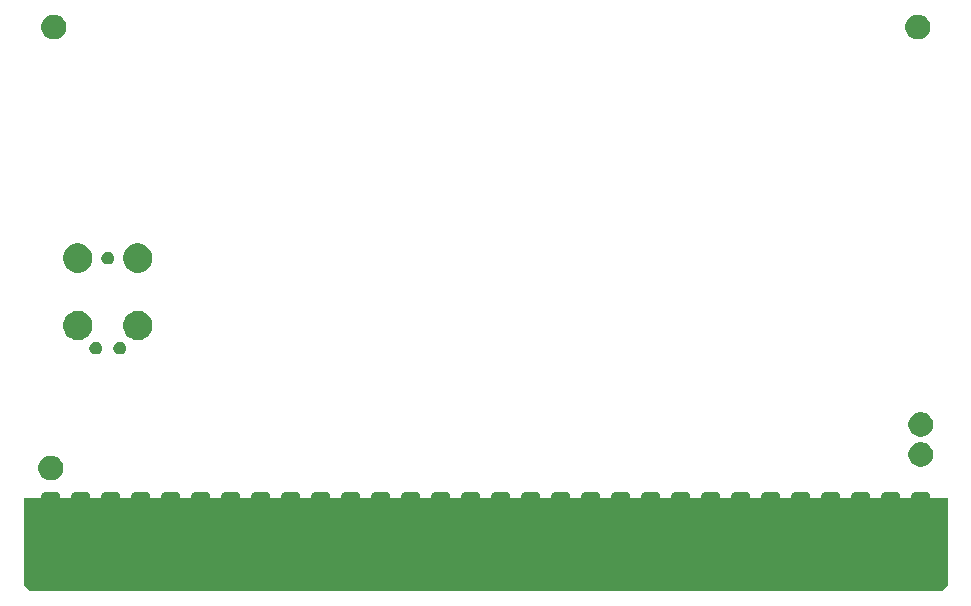
<source format=gbs>
G04 #@! TF.GenerationSoftware,KiCad,Pcbnew,(5.1.5-0-10_14)*
G04 #@! TF.CreationDate,2020-05-14T00:15:50-04:00*
G04 #@! TF.ProjectId,RAM2E,52414d32-452e-46b6-9963-61645f706362,rev?*
G04 #@! TF.SameCoordinates,Original*
G04 #@! TF.FileFunction,Soldermask,Bot*
G04 #@! TF.FilePolarity,Negative*
%FSLAX46Y46*%
G04 Gerber Fmt 4.6, Leading zero omitted, Abs format (unit mm)*
G04 Created by KiCad (PCBNEW (5.1.5-0-10_14)) date 2020-05-14 00:15:50*
%MOMM*%
%LPD*%
G04 APERTURE LIST*
%ADD10C,0.100000*%
G04 APERTURE END LIST*
D10*
G36*
X276606000Y-139446000D02*
G01*
X276098000Y-139954000D01*
X198882000Y-139954000D01*
X198374000Y-139446000D01*
X198374000Y-132080000D01*
X276606000Y-132080000D01*
X276606000Y-139446000D01*
G37*
G36*
X274825282Y-131569558D02*
G01*
X274896711Y-131591226D01*
X274962535Y-131626409D01*
X275020236Y-131673764D01*
X275067591Y-131731465D01*
X275102774Y-131797289D01*
X275124442Y-131868718D01*
X275132000Y-131945454D01*
X275132000Y-138618546D01*
X275124442Y-138695282D01*
X275102774Y-138766711D01*
X275067591Y-138832535D01*
X275020236Y-138890236D01*
X274962535Y-138937591D01*
X274896711Y-138972774D01*
X274825282Y-138994442D01*
X274748546Y-139002000D01*
X273891454Y-139002000D01*
X273814718Y-138994442D01*
X273743289Y-138972774D01*
X273677465Y-138937591D01*
X273619764Y-138890236D01*
X273572409Y-138832535D01*
X273537226Y-138766711D01*
X273515558Y-138695282D01*
X273508000Y-138618546D01*
X273508000Y-131945454D01*
X273515558Y-131868718D01*
X273537226Y-131797289D01*
X273572409Y-131731465D01*
X273619764Y-131673764D01*
X273677465Y-131626409D01*
X273743289Y-131591226D01*
X273814718Y-131569558D01*
X273891454Y-131562000D01*
X274748546Y-131562000D01*
X274825282Y-131569558D01*
G37*
G36*
X272285282Y-131569558D02*
G01*
X272356711Y-131591226D01*
X272422535Y-131626409D01*
X272480236Y-131673764D01*
X272527591Y-131731465D01*
X272562774Y-131797289D01*
X272584442Y-131868718D01*
X272592000Y-131945454D01*
X272592000Y-138618546D01*
X272584442Y-138695282D01*
X272562774Y-138766711D01*
X272527591Y-138832535D01*
X272480236Y-138890236D01*
X272422535Y-138937591D01*
X272356711Y-138972774D01*
X272285282Y-138994442D01*
X272208546Y-139002000D01*
X271351454Y-139002000D01*
X271274718Y-138994442D01*
X271203289Y-138972774D01*
X271137465Y-138937591D01*
X271079764Y-138890236D01*
X271032409Y-138832535D01*
X270997226Y-138766711D01*
X270975558Y-138695282D01*
X270968000Y-138618546D01*
X270968000Y-131945454D01*
X270975558Y-131868718D01*
X270997226Y-131797289D01*
X271032409Y-131731465D01*
X271079764Y-131673764D01*
X271137465Y-131626409D01*
X271203289Y-131591226D01*
X271274718Y-131569558D01*
X271351454Y-131562000D01*
X272208546Y-131562000D01*
X272285282Y-131569558D01*
G37*
G36*
X269745282Y-131569558D02*
G01*
X269816711Y-131591226D01*
X269882535Y-131626409D01*
X269940236Y-131673764D01*
X269987591Y-131731465D01*
X270022774Y-131797289D01*
X270044442Y-131868718D01*
X270052000Y-131945454D01*
X270052000Y-138618546D01*
X270044442Y-138695282D01*
X270022774Y-138766711D01*
X269987591Y-138832535D01*
X269940236Y-138890236D01*
X269882535Y-138937591D01*
X269816711Y-138972774D01*
X269745282Y-138994442D01*
X269668546Y-139002000D01*
X268811454Y-139002000D01*
X268734718Y-138994442D01*
X268663289Y-138972774D01*
X268597465Y-138937591D01*
X268539764Y-138890236D01*
X268492409Y-138832535D01*
X268457226Y-138766711D01*
X268435558Y-138695282D01*
X268428000Y-138618546D01*
X268428000Y-131945454D01*
X268435558Y-131868718D01*
X268457226Y-131797289D01*
X268492409Y-131731465D01*
X268539764Y-131673764D01*
X268597465Y-131626409D01*
X268663289Y-131591226D01*
X268734718Y-131569558D01*
X268811454Y-131562000D01*
X269668546Y-131562000D01*
X269745282Y-131569558D01*
G37*
G36*
X267205282Y-131569558D02*
G01*
X267276711Y-131591226D01*
X267342535Y-131626409D01*
X267400236Y-131673764D01*
X267447591Y-131731465D01*
X267482774Y-131797289D01*
X267504442Y-131868718D01*
X267512000Y-131945454D01*
X267512000Y-138618546D01*
X267504442Y-138695282D01*
X267482774Y-138766711D01*
X267447591Y-138832535D01*
X267400236Y-138890236D01*
X267342535Y-138937591D01*
X267276711Y-138972774D01*
X267205282Y-138994442D01*
X267128546Y-139002000D01*
X266271454Y-139002000D01*
X266194718Y-138994442D01*
X266123289Y-138972774D01*
X266057465Y-138937591D01*
X265999764Y-138890236D01*
X265952409Y-138832535D01*
X265917226Y-138766711D01*
X265895558Y-138695282D01*
X265888000Y-138618546D01*
X265888000Y-131945454D01*
X265895558Y-131868718D01*
X265917226Y-131797289D01*
X265952409Y-131731465D01*
X265999764Y-131673764D01*
X266057465Y-131626409D01*
X266123289Y-131591226D01*
X266194718Y-131569558D01*
X266271454Y-131562000D01*
X267128546Y-131562000D01*
X267205282Y-131569558D01*
G37*
G36*
X264665282Y-131569558D02*
G01*
X264736711Y-131591226D01*
X264802535Y-131626409D01*
X264860236Y-131673764D01*
X264907591Y-131731465D01*
X264942774Y-131797289D01*
X264964442Y-131868718D01*
X264972000Y-131945454D01*
X264972000Y-138618546D01*
X264964442Y-138695282D01*
X264942774Y-138766711D01*
X264907591Y-138832535D01*
X264860236Y-138890236D01*
X264802535Y-138937591D01*
X264736711Y-138972774D01*
X264665282Y-138994442D01*
X264588546Y-139002000D01*
X263731454Y-139002000D01*
X263654718Y-138994442D01*
X263583289Y-138972774D01*
X263517465Y-138937591D01*
X263459764Y-138890236D01*
X263412409Y-138832535D01*
X263377226Y-138766711D01*
X263355558Y-138695282D01*
X263348000Y-138618546D01*
X263348000Y-131945454D01*
X263355558Y-131868718D01*
X263377226Y-131797289D01*
X263412409Y-131731465D01*
X263459764Y-131673764D01*
X263517465Y-131626409D01*
X263583289Y-131591226D01*
X263654718Y-131569558D01*
X263731454Y-131562000D01*
X264588546Y-131562000D01*
X264665282Y-131569558D01*
G37*
G36*
X262125282Y-131569558D02*
G01*
X262196711Y-131591226D01*
X262262535Y-131626409D01*
X262320236Y-131673764D01*
X262367591Y-131731465D01*
X262402774Y-131797289D01*
X262424442Y-131868718D01*
X262432000Y-131945454D01*
X262432000Y-138618546D01*
X262424442Y-138695282D01*
X262402774Y-138766711D01*
X262367591Y-138832535D01*
X262320236Y-138890236D01*
X262262535Y-138937591D01*
X262196711Y-138972774D01*
X262125282Y-138994442D01*
X262048546Y-139002000D01*
X261191454Y-139002000D01*
X261114718Y-138994442D01*
X261043289Y-138972774D01*
X260977465Y-138937591D01*
X260919764Y-138890236D01*
X260872409Y-138832535D01*
X260837226Y-138766711D01*
X260815558Y-138695282D01*
X260808000Y-138618546D01*
X260808000Y-131945454D01*
X260815558Y-131868718D01*
X260837226Y-131797289D01*
X260872409Y-131731465D01*
X260919764Y-131673764D01*
X260977465Y-131626409D01*
X261043289Y-131591226D01*
X261114718Y-131569558D01*
X261191454Y-131562000D01*
X262048546Y-131562000D01*
X262125282Y-131569558D01*
G37*
G36*
X259585282Y-131569558D02*
G01*
X259656711Y-131591226D01*
X259722535Y-131626409D01*
X259780236Y-131673764D01*
X259827591Y-131731465D01*
X259862774Y-131797289D01*
X259884442Y-131868718D01*
X259892000Y-131945454D01*
X259892000Y-138618546D01*
X259884442Y-138695282D01*
X259862774Y-138766711D01*
X259827591Y-138832535D01*
X259780236Y-138890236D01*
X259722535Y-138937591D01*
X259656711Y-138972774D01*
X259585282Y-138994442D01*
X259508546Y-139002000D01*
X258651454Y-139002000D01*
X258574718Y-138994442D01*
X258503289Y-138972774D01*
X258437465Y-138937591D01*
X258379764Y-138890236D01*
X258332409Y-138832535D01*
X258297226Y-138766711D01*
X258275558Y-138695282D01*
X258268000Y-138618546D01*
X258268000Y-131945454D01*
X258275558Y-131868718D01*
X258297226Y-131797289D01*
X258332409Y-131731465D01*
X258379764Y-131673764D01*
X258437465Y-131626409D01*
X258503289Y-131591226D01*
X258574718Y-131569558D01*
X258651454Y-131562000D01*
X259508546Y-131562000D01*
X259585282Y-131569558D01*
G37*
G36*
X257045282Y-131569558D02*
G01*
X257116711Y-131591226D01*
X257182535Y-131626409D01*
X257240236Y-131673764D01*
X257287591Y-131731465D01*
X257322774Y-131797289D01*
X257344442Y-131868718D01*
X257352000Y-131945454D01*
X257352000Y-138618546D01*
X257344442Y-138695282D01*
X257322774Y-138766711D01*
X257287591Y-138832535D01*
X257240236Y-138890236D01*
X257182535Y-138937591D01*
X257116711Y-138972774D01*
X257045282Y-138994442D01*
X256968546Y-139002000D01*
X256111454Y-139002000D01*
X256034718Y-138994442D01*
X255963289Y-138972774D01*
X255897465Y-138937591D01*
X255839764Y-138890236D01*
X255792409Y-138832535D01*
X255757226Y-138766711D01*
X255735558Y-138695282D01*
X255728000Y-138618546D01*
X255728000Y-131945454D01*
X255735558Y-131868718D01*
X255757226Y-131797289D01*
X255792409Y-131731465D01*
X255839764Y-131673764D01*
X255897465Y-131626409D01*
X255963289Y-131591226D01*
X256034718Y-131569558D01*
X256111454Y-131562000D01*
X256968546Y-131562000D01*
X257045282Y-131569558D01*
G37*
G36*
X254505282Y-131569558D02*
G01*
X254576711Y-131591226D01*
X254642535Y-131626409D01*
X254700236Y-131673764D01*
X254747591Y-131731465D01*
X254782774Y-131797289D01*
X254804442Y-131868718D01*
X254812000Y-131945454D01*
X254812000Y-138618546D01*
X254804442Y-138695282D01*
X254782774Y-138766711D01*
X254747591Y-138832535D01*
X254700236Y-138890236D01*
X254642535Y-138937591D01*
X254576711Y-138972774D01*
X254505282Y-138994442D01*
X254428546Y-139002000D01*
X253571454Y-139002000D01*
X253494718Y-138994442D01*
X253423289Y-138972774D01*
X253357465Y-138937591D01*
X253299764Y-138890236D01*
X253252409Y-138832535D01*
X253217226Y-138766711D01*
X253195558Y-138695282D01*
X253188000Y-138618546D01*
X253188000Y-131945454D01*
X253195558Y-131868718D01*
X253217226Y-131797289D01*
X253252409Y-131731465D01*
X253299764Y-131673764D01*
X253357465Y-131626409D01*
X253423289Y-131591226D01*
X253494718Y-131569558D01*
X253571454Y-131562000D01*
X254428546Y-131562000D01*
X254505282Y-131569558D01*
G37*
G36*
X251965282Y-131569558D02*
G01*
X252036711Y-131591226D01*
X252102535Y-131626409D01*
X252160236Y-131673764D01*
X252207591Y-131731465D01*
X252242774Y-131797289D01*
X252264442Y-131868718D01*
X252272000Y-131945454D01*
X252272000Y-138618546D01*
X252264442Y-138695282D01*
X252242774Y-138766711D01*
X252207591Y-138832535D01*
X252160236Y-138890236D01*
X252102535Y-138937591D01*
X252036711Y-138972774D01*
X251965282Y-138994442D01*
X251888546Y-139002000D01*
X251031454Y-139002000D01*
X250954718Y-138994442D01*
X250883289Y-138972774D01*
X250817465Y-138937591D01*
X250759764Y-138890236D01*
X250712409Y-138832535D01*
X250677226Y-138766711D01*
X250655558Y-138695282D01*
X250648000Y-138618546D01*
X250648000Y-131945454D01*
X250655558Y-131868718D01*
X250677226Y-131797289D01*
X250712409Y-131731465D01*
X250759764Y-131673764D01*
X250817465Y-131626409D01*
X250883289Y-131591226D01*
X250954718Y-131569558D01*
X251031454Y-131562000D01*
X251888546Y-131562000D01*
X251965282Y-131569558D01*
G37*
G36*
X249425282Y-131569558D02*
G01*
X249496711Y-131591226D01*
X249562535Y-131626409D01*
X249620236Y-131673764D01*
X249667591Y-131731465D01*
X249702774Y-131797289D01*
X249724442Y-131868718D01*
X249732000Y-131945454D01*
X249732000Y-138618546D01*
X249724442Y-138695282D01*
X249702774Y-138766711D01*
X249667591Y-138832535D01*
X249620236Y-138890236D01*
X249562535Y-138937591D01*
X249496711Y-138972774D01*
X249425282Y-138994442D01*
X249348546Y-139002000D01*
X248491454Y-139002000D01*
X248414718Y-138994442D01*
X248343289Y-138972774D01*
X248277465Y-138937591D01*
X248219764Y-138890236D01*
X248172409Y-138832535D01*
X248137226Y-138766711D01*
X248115558Y-138695282D01*
X248108000Y-138618546D01*
X248108000Y-131945454D01*
X248115558Y-131868718D01*
X248137226Y-131797289D01*
X248172409Y-131731465D01*
X248219764Y-131673764D01*
X248277465Y-131626409D01*
X248343289Y-131591226D01*
X248414718Y-131569558D01*
X248491454Y-131562000D01*
X249348546Y-131562000D01*
X249425282Y-131569558D01*
G37*
G36*
X246885282Y-131569558D02*
G01*
X246956711Y-131591226D01*
X247022535Y-131626409D01*
X247080236Y-131673764D01*
X247127591Y-131731465D01*
X247162774Y-131797289D01*
X247184442Y-131868718D01*
X247192000Y-131945454D01*
X247192000Y-138618546D01*
X247184442Y-138695282D01*
X247162774Y-138766711D01*
X247127591Y-138832535D01*
X247080236Y-138890236D01*
X247022535Y-138937591D01*
X246956711Y-138972774D01*
X246885282Y-138994442D01*
X246808546Y-139002000D01*
X245951454Y-139002000D01*
X245874718Y-138994442D01*
X245803289Y-138972774D01*
X245737465Y-138937591D01*
X245679764Y-138890236D01*
X245632409Y-138832535D01*
X245597226Y-138766711D01*
X245575558Y-138695282D01*
X245568000Y-138618546D01*
X245568000Y-131945454D01*
X245575558Y-131868718D01*
X245597226Y-131797289D01*
X245632409Y-131731465D01*
X245679764Y-131673764D01*
X245737465Y-131626409D01*
X245803289Y-131591226D01*
X245874718Y-131569558D01*
X245951454Y-131562000D01*
X246808546Y-131562000D01*
X246885282Y-131569558D01*
G37*
G36*
X244345282Y-131569558D02*
G01*
X244416711Y-131591226D01*
X244482535Y-131626409D01*
X244540236Y-131673764D01*
X244587591Y-131731465D01*
X244622774Y-131797289D01*
X244644442Y-131868718D01*
X244652000Y-131945454D01*
X244652000Y-138618546D01*
X244644442Y-138695282D01*
X244622774Y-138766711D01*
X244587591Y-138832535D01*
X244540236Y-138890236D01*
X244482535Y-138937591D01*
X244416711Y-138972774D01*
X244345282Y-138994442D01*
X244268546Y-139002000D01*
X243411454Y-139002000D01*
X243334718Y-138994442D01*
X243263289Y-138972774D01*
X243197465Y-138937591D01*
X243139764Y-138890236D01*
X243092409Y-138832535D01*
X243057226Y-138766711D01*
X243035558Y-138695282D01*
X243028000Y-138618546D01*
X243028000Y-131945454D01*
X243035558Y-131868718D01*
X243057226Y-131797289D01*
X243092409Y-131731465D01*
X243139764Y-131673764D01*
X243197465Y-131626409D01*
X243263289Y-131591226D01*
X243334718Y-131569558D01*
X243411454Y-131562000D01*
X244268546Y-131562000D01*
X244345282Y-131569558D01*
G37*
G36*
X241805282Y-131569558D02*
G01*
X241876711Y-131591226D01*
X241942535Y-131626409D01*
X242000236Y-131673764D01*
X242047591Y-131731465D01*
X242082774Y-131797289D01*
X242104442Y-131868718D01*
X242112000Y-131945454D01*
X242112000Y-138618546D01*
X242104442Y-138695282D01*
X242082774Y-138766711D01*
X242047591Y-138832535D01*
X242000236Y-138890236D01*
X241942535Y-138937591D01*
X241876711Y-138972774D01*
X241805282Y-138994442D01*
X241728546Y-139002000D01*
X240871454Y-139002000D01*
X240794718Y-138994442D01*
X240723289Y-138972774D01*
X240657465Y-138937591D01*
X240599764Y-138890236D01*
X240552409Y-138832535D01*
X240517226Y-138766711D01*
X240495558Y-138695282D01*
X240488000Y-138618546D01*
X240488000Y-131945454D01*
X240495558Y-131868718D01*
X240517226Y-131797289D01*
X240552409Y-131731465D01*
X240599764Y-131673764D01*
X240657465Y-131626409D01*
X240723289Y-131591226D01*
X240794718Y-131569558D01*
X240871454Y-131562000D01*
X241728546Y-131562000D01*
X241805282Y-131569558D01*
G37*
G36*
X239265282Y-131569558D02*
G01*
X239336711Y-131591226D01*
X239402535Y-131626409D01*
X239460236Y-131673764D01*
X239507591Y-131731465D01*
X239542774Y-131797289D01*
X239564442Y-131868718D01*
X239572000Y-131945454D01*
X239572000Y-138618546D01*
X239564442Y-138695282D01*
X239542774Y-138766711D01*
X239507591Y-138832535D01*
X239460236Y-138890236D01*
X239402535Y-138937591D01*
X239336711Y-138972774D01*
X239265282Y-138994442D01*
X239188546Y-139002000D01*
X238331454Y-139002000D01*
X238254718Y-138994442D01*
X238183289Y-138972774D01*
X238117465Y-138937591D01*
X238059764Y-138890236D01*
X238012409Y-138832535D01*
X237977226Y-138766711D01*
X237955558Y-138695282D01*
X237948000Y-138618546D01*
X237948000Y-131945454D01*
X237955558Y-131868718D01*
X237977226Y-131797289D01*
X238012409Y-131731465D01*
X238059764Y-131673764D01*
X238117465Y-131626409D01*
X238183289Y-131591226D01*
X238254718Y-131569558D01*
X238331454Y-131562000D01*
X239188546Y-131562000D01*
X239265282Y-131569558D01*
G37*
G36*
X236725282Y-131569558D02*
G01*
X236796711Y-131591226D01*
X236862535Y-131626409D01*
X236920236Y-131673764D01*
X236967591Y-131731465D01*
X237002774Y-131797289D01*
X237024442Y-131868718D01*
X237032000Y-131945454D01*
X237032000Y-138618546D01*
X237024442Y-138695282D01*
X237002774Y-138766711D01*
X236967591Y-138832535D01*
X236920236Y-138890236D01*
X236862535Y-138937591D01*
X236796711Y-138972774D01*
X236725282Y-138994442D01*
X236648546Y-139002000D01*
X235791454Y-139002000D01*
X235714718Y-138994442D01*
X235643289Y-138972774D01*
X235577465Y-138937591D01*
X235519764Y-138890236D01*
X235472409Y-138832535D01*
X235437226Y-138766711D01*
X235415558Y-138695282D01*
X235408000Y-138618546D01*
X235408000Y-131945454D01*
X235415558Y-131868718D01*
X235437226Y-131797289D01*
X235472409Y-131731465D01*
X235519764Y-131673764D01*
X235577465Y-131626409D01*
X235643289Y-131591226D01*
X235714718Y-131569558D01*
X235791454Y-131562000D01*
X236648546Y-131562000D01*
X236725282Y-131569558D01*
G37*
G36*
X234185282Y-131569558D02*
G01*
X234256711Y-131591226D01*
X234322535Y-131626409D01*
X234380236Y-131673764D01*
X234427591Y-131731465D01*
X234462774Y-131797289D01*
X234484442Y-131868718D01*
X234492000Y-131945454D01*
X234492000Y-138618546D01*
X234484442Y-138695282D01*
X234462774Y-138766711D01*
X234427591Y-138832535D01*
X234380236Y-138890236D01*
X234322535Y-138937591D01*
X234256711Y-138972774D01*
X234185282Y-138994442D01*
X234108546Y-139002000D01*
X233251454Y-139002000D01*
X233174718Y-138994442D01*
X233103289Y-138972774D01*
X233037465Y-138937591D01*
X232979764Y-138890236D01*
X232932409Y-138832535D01*
X232897226Y-138766711D01*
X232875558Y-138695282D01*
X232868000Y-138618546D01*
X232868000Y-131945454D01*
X232875558Y-131868718D01*
X232897226Y-131797289D01*
X232932409Y-131731465D01*
X232979764Y-131673764D01*
X233037465Y-131626409D01*
X233103289Y-131591226D01*
X233174718Y-131569558D01*
X233251454Y-131562000D01*
X234108546Y-131562000D01*
X234185282Y-131569558D01*
G37*
G36*
X231645282Y-131569558D02*
G01*
X231716711Y-131591226D01*
X231782535Y-131626409D01*
X231840236Y-131673764D01*
X231887591Y-131731465D01*
X231922774Y-131797289D01*
X231944442Y-131868718D01*
X231952000Y-131945454D01*
X231952000Y-138618546D01*
X231944442Y-138695282D01*
X231922774Y-138766711D01*
X231887591Y-138832535D01*
X231840236Y-138890236D01*
X231782535Y-138937591D01*
X231716711Y-138972774D01*
X231645282Y-138994442D01*
X231568546Y-139002000D01*
X230711454Y-139002000D01*
X230634718Y-138994442D01*
X230563289Y-138972774D01*
X230497465Y-138937591D01*
X230439764Y-138890236D01*
X230392409Y-138832535D01*
X230357226Y-138766711D01*
X230335558Y-138695282D01*
X230328000Y-138618546D01*
X230328000Y-131945454D01*
X230335558Y-131868718D01*
X230357226Y-131797289D01*
X230392409Y-131731465D01*
X230439764Y-131673764D01*
X230497465Y-131626409D01*
X230563289Y-131591226D01*
X230634718Y-131569558D01*
X230711454Y-131562000D01*
X231568546Y-131562000D01*
X231645282Y-131569558D01*
G37*
G36*
X229105282Y-131569558D02*
G01*
X229176711Y-131591226D01*
X229242535Y-131626409D01*
X229300236Y-131673764D01*
X229347591Y-131731465D01*
X229382774Y-131797289D01*
X229404442Y-131868718D01*
X229412000Y-131945454D01*
X229412000Y-138618546D01*
X229404442Y-138695282D01*
X229382774Y-138766711D01*
X229347591Y-138832535D01*
X229300236Y-138890236D01*
X229242535Y-138937591D01*
X229176711Y-138972774D01*
X229105282Y-138994442D01*
X229028546Y-139002000D01*
X228171454Y-139002000D01*
X228094718Y-138994442D01*
X228023289Y-138972774D01*
X227957465Y-138937591D01*
X227899764Y-138890236D01*
X227852409Y-138832535D01*
X227817226Y-138766711D01*
X227795558Y-138695282D01*
X227788000Y-138618546D01*
X227788000Y-131945454D01*
X227795558Y-131868718D01*
X227817226Y-131797289D01*
X227852409Y-131731465D01*
X227899764Y-131673764D01*
X227957465Y-131626409D01*
X228023289Y-131591226D01*
X228094718Y-131569558D01*
X228171454Y-131562000D01*
X229028546Y-131562000D01*
X229105282Y-131569558D01*
G37*
G36*
X226565282Y-131569558D02*
G01*
X226636711Y-131591226D01*
X226702535Y-131626409D01*
X226760236Y-131673764D01*
X226807591Y-131731465D01*
X226842774Y-131797289D01*
X226864442Y-131868718D01*
X226872000Y-131945454D01*
X226872000Y-138618546D01*
X226864442Y-138695282D01*
X226842774Y-138766711D01*
X226807591Y-138832535D01*
X226760236Y-138890236D01*
X226702535Y-138937591D01*
X226636711Y-138972774D01*
X226565282Y-138994442D01*
X226488546Y-139002000D01*
X225631454Y-139002000D01*
X225554718Y-138994442D01*
X225483289Y-138972774D01*
X225417465Y-138937591D01*
X225359764Y-138890236D01*
X225312409Y-138832535D01*
X225277226Y-138766711D01*
X225255558Y-138695282D01*
X225248000Y-138618546D01*
X225248000Y-131945454D01*
X225255558Y-131868718D01*
X225277226Y-131797289D01*
X225312409Y-131731465D01*
X225359764Y-131673764D01*
X225417465Y-131626409D01*
X225483289Y-131591226D01*
X225554718Y-131569558D01*
X225631454Y-131562000D01*
X226488546Y-131562000D01*
X226565282Y-131569558D01*
G37*
G36*
X224025282Y-131569558D02*
G01*
X224096711Y-131591226D01*
X224162535Y-131626409D01*
X224220236Y-131673764D01*
X224267591Y-131731465D01*
X224302774Y-131797289D01*
X224324442Y-131868718D01*
X224332000Y-131945454D01*
X224332000Y-138618546D01*
X224324442Y-138695282D01*
X224302774Y-138766711D01*
X224267591Y-138832535D01*
X224220236Y-138890236D01*
X224162535Y-138937591D01*
X224096711Y-138972774D01*
X224025282Y-138994442D01*
X223948546Y-139002000D01*
X223091454Y-139002000D01*
X223014718Y-138994442D01*
X222943289Y-138972774D01*
X222877465Y-138937591D01*
X222819764Y-138890236D01*
X222772409Y-138832535D01*
X222737226Y-138766711D01*
X222715558Y-138695282D01*
X222708000Y-138618546D01*
X222708000Y-131945454D01*
X222715558Y-131868718D01*
X222737226Y-131797289D01*
X222772409Y-131731465D01*
X222819764Y-131673764D01*
X222877465Y-131626409D01*
X222943289Y-131591226D01*
X223014718Y-131569558D01*
X223091454Y-131562000D01*
X223948546Y-131562000D01*
X224025282Y-131569558D01*
G37*
G36*
X221485282Y-131569558D02*
G01*
X221556711Y-131591226D01*
X221622535Y-131626409D01*
X221680236Y-131673764D01*
X221727591Y-131731465D01*
X221762774Y-131797289D01*
X221784442Y-131868718D01*
X221792000Y-131945454D01*
X221792000Y-138618546D01*
X221784442Y-138695282D01*
X221762774Y-138766711D01*
X221727591Y-138832535D01*
X221680236Y-138890236D01*
X221622535Y-138937591D01*
X221556711Y-138972774D01*
X221485282Y-138994442D01*
X221408546Y-139002000D01*
X220551454Y-139002000D01*
X220474718Y-138994442D01*
X220403289Y-138972774D01*
X220337465Y-138937591D01*
X220279764Y-138890236D01*
X220232409Y-138832535D01*
X220197226Y-138766711D01*
X220175558Y-138695282D01*
X220168000Y-138618546D01*
X220168000Y-131945454D01*
X220175558Y-131868718D01*
X220197226Y-131797289D01*
X220232409Y-131731465D01*
X220279764Y-131673764D01*
X220337465Y-131626409D01*
X220403289Y-131591226D01*
X220474718Y-131569558D01*
X220551454Y-131562000D01*
X221408546Y-131562000D01*
X221485282Y-131569558D01*
G37*
G36*
X218945282Y-131569558D02*
G01*
X219016711Y-131591226D01*
X219082535Y-131626409D01*
X219140236Y-131673764D01*
X219187591Y-131731465D01*
X219222774Y-131797289D01*
X219244442Y-131868718D01*
X219252000Y-131945454D01*
X219252000Y-138618546D01*
X219244442Y-138695282D01*
X219222774Y-138766711D01*
X219187591Y-138832535D01*
X219140236Y-138890236D01*
X219082535Y-138937591D01*
X219016711Y-138972774D01*
X218945282Y-138994442D01*
X218868546Y-139002000D01*
X218011454Y-139002000D01*
X217934718Y-138994442D01*
X217863289Y-138972774D01*
X217797465Y-138937591D01*
X217739764Y-138890236D01*
X217692409Y-138832535D01*
X217657226Y-138766711D01*
X217635558Y-138695282D01*
X217628000Y-138618546D01*
X217628000Y-131945454D01*
X217635558Y-131868718D01*
X217657226Y-131797289D01*
X217692409Y-131731465D01*
X217739764Y-131673764D01*
X217797465Y-131626409D01*
X217863289Y-131591226D01*
X217934718Y-131569558D01*
X218011454Y-131562000D01*
X218868546Y-131562000D01*
X218945282Y-131569558D01*
G37*
G36*
X216405282Y-131569558D02*
G01*
X216476711Y-131591226D01*
X216542535Y-131626409D01*
X216600236Y-131673764D01*
X216647591Y-131731465D01*
X216682774Y-131797289D01*
X216704442Y-131868718D01*
X216712000Y-131945454D01*
X216712000Y-138618546D01*
X216704442Y-138695282D01*
X216682774Y-138766711D01*
X216647591Y-138832535D01*
X216600236Y-138890236D01*
X216542535Y-138937591D01*
X216476711Y-138972774D01*
X216405282Y-138994442D01*
X216328546Y-139002000D01*
X215471454Y-139002000D01*
X215394718Y-138994442D01*
X215323289Y-138972774D01*
X215257465Y-138937591D01*
X215199764Y-138890236D01*
X215152409Y-138832535D01*
X215117226Y-138766711D01*
X215095558Y-138695282D01*
X215088000Y-138618546D01*
X215088000Y-131945454D01*
X215095558Y-131868718D01*
X215117226Y-131797289D01*
X215152409Y-131731465D01*
X215199764Y-131673764D01*
X215257465Y-131626409D01*
X215323289Y-131591226D01*
X215394718Y-131569558D01*
X215471454Y-131562000D01*
X216328546Y-131562000D01*
X216405282Y-131569558D01*
G37*
G36*
X213865282Y-131569558D02*
G01*
X213936711Y-131591226D01*
X214002535Y-131626409D01*
X214060236Y-131673764D01*
X214107591Y-131731465D01*
X214142774Y-131797289D01*
X214164442Y-131868718D01*
X214172000Y-131945454D01*
X214172000Y-138618546D01*
X214164442Y-138695282D01*
X214142774Y-138766711D01*
X214107591Y-138832535D01*
X214060236Y-138890236D01*
X214002535Y-138937591D01*
X213936711Y-138972774D01*
X213865282Y-138994442D01*
X213788546Y-139002000D01*
X212931454Y-139002000D01*
X212854718Y-138994442D01*
X212783289Y-138972774D01*
X212717465Y-138937591D01*
X212659764Y-138890236D01*
X212612409Y-138832535D01*
X212577226Y-138766711D01*
X212555558Y-138695282D01*
X212548000Y-138618546D01*
X212548000Y-131945454D01*
X212555558Y-131868718D01*
X212577226Y-131797289D01*
X212612409Y-131731465D01*
X212659764Y-131673764D01*
X212717465Y-131626409D01*
X212783289Y-131591226D01*
X212854718Y-131569558D01*
X212931454Y-131562000D01*
X213788546Y-131562000D01*
X213865282Y-131569558D01*
G37*
G36*
X211325282Y-131569558D02*
G01*
X211396711Y-131591226D01*
X211462535Y-131626409D01*
X211520236Y-131673764D01*
X211567591Y-131731465D01*
X211602774Y-131797289D01*
X211624442Y-131868718D01*
X211632000Y-131945454D01*
X211632000Y-138618546D01*
X211624442Y-138695282D01*
X211602774Y-138766711D01*
X211567591Y-138832535D01*
X211520236Y-138890236D01*
X211462535Y-138937591D01*
X211396711Y-138972774D01*
X211325282Y-138994442D01*
X211248546Y-139002000D01*
X210391454Y-139002000D01*
X210314718Y-138994442D01*
X210243289Y-138972774D01*
X210177465Y-138937591D01*
X210119764Y-138890236D01*
X210072409Y-138832535D01*
X210037226Y-138766711D01*
X210015558Y-138695282D01*
X210008000Y-138618546D01*
X210008000Y-131945454D01*
X210015558Y-131868718D01*
X210037226Y-131797289D01*
X210072409Y-131731465D01*
X210119764Y-131673764D01*
X210177465Y-131626409D01*
X210243289Y-131591226D01*
X210314718Y-131569558D01*
X210391454Y-131562000D01*
X211248546Y-131562000D01*
X211325282Y-131569558D01*
G37*
G36*
X208785282Y-131569558D02*
G01*
X208856711Y-131591226D01*
X208922535Y-131626409D01*
X208980236Y-131673764D01*
X209027591Y-131731465D01*
X209062774Y-131797289D01*
X209084442Y-131868718D01*
X209092000Y-131945454D01*
X209092000Y-138618546D01*
X209084442Y-138695282D01*
X209062774Y-138766711D01*
X209027591Y-138832535D01*
X208980236Y-138890236D01*
X208922535Y-138937591D01*
X208856711Y-138972774D01*
X208785282Y-138994442D01*
X208708546Y-139002000D01*
X207851454Y-139002000D01*
X207774718Y-138994442D01*
X207703289Y-138972774D01*
X207637465Y-138937591D01*
X207579764Y-138890236D01*
X207532409Y-138832535D01*
X207497226Y-138766711D01*
X207475558Y-138695282D01*
X207468000Y-138618546D01*
X207468000Y-131945454D01*
X207475558Y-131868718D01*
X207497226Y-131797289D01*
X207532409Y-131731465D01*
X207579764Y-131673764D01*
X207637465Y-131626409D01*
X207703289Y-131591226D01*
X207774718Y-131569558D01*
X207851454Y-131562000D01*
X208708546Y-131562000D01*
X208785282Y-131569558D01*
G37*
G36*
X206245282Y-131569558D02*
G01*
X206316711Y-131591226D01*
X206382535Y-131626409D01*
X206440236Y-131673764D01*
X206487591Y-131731465D01*
X206522774Y-131797289D01*
X206544442Y-131868718D01*
X206552000Y-131945454D01*
X206552000Y-138618546D01*
X206544442Y-138695282D01*
X206522774Y-138766711D01*
X206487591Y-138832535D01*
X206440236Y-138890236D01*
X206382535Y-138937591D01*
X206316711Y-138972774D01*
X206245282Y-138994442D01*
X206168546Y-139002000D01*
X205311454Y-139002000D01*
X205234718Y-138994442D01*
X205163289Y-138972774D01*
X205097465Y-138937591D01*
X205039764Y-138890236D01*
X204992409Y-138832535D01*
X204957226Y-138766711D01*
X204935558Y-138695282D01*
X204928000Y-138618546D01*
X204928000Y-131945454D01*
X204935558Y-131868718D01*
X204957226Y-131797289D01*
X204992409Y-131731465D01*
X205039764Y-131673764D01*
X205097465Y-131626409D01*
X205163289Y-131591226D01*
X205234718Y-131569558D01*
X205311454Y-131562000D01*
X206168546Y-131562000D01*
X206245282Y-131569558D01*
G37*
G36*
X203705282Y-131569558D02*
G01*
X203776711Y-131591226D01*
X203842535Y-131626409D01*
X203900236Y-131673764D01*
X203947591Y-131731465D01*
X203982774Y-131797289D01*
X204004442Y-131868718D01*
X204012000Y-131945454D01*
X204012000Y-138618546D01*
X204004442Y-138695282D01*
X203982774Y-138766711D01*
X203947591Y-138832535D01*
X203900236Y-138890236D01*
X203842535Y-138937591D01*
X203776711Y-138972774D01*
X203705282Y-138994442D01*
X203628546Y-139002000D01*
X202771454Y-139002000D01*
X202694718Y-138994442D01*
X202623289Y-138972774D01*
X202557465Y-138937591D01*
X202499764Y-138890236D01*
X202452409Y-138832535D01*
X202417226Y-138766711D01*
X202395558Y-138695282D01*
X202388000Y-138618546D01*
X202388000Y-131945454D01*
X202395558Y-131868718D01*
X202417226Y-131797289D01*
X202452409Y-131731465D01*
X202499764Y-131673764D01*
X202557465Y-131626409D01*
X202623289Y-131591226D01*
X202694718Y-131569558D01*
X202771454Y-131562000D01*
X203628546Y-131562000D01*
X203705282Y-131569558D01*
G37*
G36*
X201165282Y-131569558D02*
G01*
X201236711Y-131591226D01*
X201302535Y-131626409D01*
X201360236Y-131673764D01*
X201407591Y-131731465D01*
X201442774Y-131797289D01*
X201464442Y-131868718D01*
X201472000Y-131945454D01*
X201472000Y-138618546D01*
X201464442Y-138695282D01*
X201442774Y-138766711D01*
X201407591Y-138832535D01*
X201360236Y-138890236D01*
X201302535Y-138937591D01*
X201236711Y-138972774D01*
X201165282Y-138994442D01*
X201088546Y-139002000D01*
X200231454Y-139002000D01*
X200154718Y-138994442D01*
X200083289Y-138972774D01*
X200017465Y-138937591D01*
X199959764Y-138890236D01*
X199912409Y-138832535D01*
X199877226Y-138766711D01*
X199855558Y-138695282D01*
X199848000Y-138618546D01*
X199848000Y-131945454D01*
X199855558Y-131868718D01*
X199877226Y-131797289D01*
X199912409Y-131731465D01*
X199959764Y-131673764D01*
X200017465Y-131626409D01*
X200083289Y-131591226D01*
X200154718Y-131569558D01*
X200231454Y-131562000D01*
X201088546Y-131562000D01*
X201165282Y-131569558D01*
G37*
G36*
X200788687Y-128495027D02*
G01*
X200966274Y-128530350D01*
X201157362Y-128609502D01*
X201329336Y-128724411D01*
X201475589Y-128870664D01*
X201590498Y-129042638D01*
X201669650Y-129233726D01*
X201710000Y-129436584D01*
X201710000Y-129643416D01*
X201669650Y-129846274D01*
X201590498Y-130037362D01*
X201475589Y-130209336D01*
X201329336Y-130355589D01*
X201157362Y-130470498D01*
X200966274Y-130549650D01*
X200788687Y-130584973D01*
X200763417Y-130590000D01*
X200556583Y-130590000D01*
X200531313Y-130584973D01*
X200353726Y-130549650D01*
X200162638Y-130470498D01*
X199990664Y-130355589D01*
X199844411Y-130209336D01*
X199729502Y-130037362D01*
X199650350Y-129846274D01*
X199610000Y-129643416D01*
X199610000Y-129436584D01*
X199650350Y-129233726D01*
X199729502Y-129042638D01*
X199844411Y-128870664D01*
X199990664Y-128724411D01*
X200162638Y-128609502D01*
X200353726Y-128530350D01*
X200531313Y-128495027D01*
X200556583Y-128490000D01*
X200763417Y-128490000D01*
X200788687Y-128495027D01*
G37*
G36*
X274448687Y-127352027D02*
G01*
X274626274Y-127387350D01*
X274817362Y-127466502D01*
X274989336Y-127581411D01*
X275135589Y-127727664D01*
X275250498Y-127899638D01*
X275329650Y-128090726D01*
X275370000Y-128293584D01*
X275370000Y-128500416D01*
X275329650Y-128703274D01*
X275250498Y-128894362D01*
X275135589Y-129066336D01*
X274989336Y-129212589D01*
X274817362Y-129327498D01*
X274626274Y-129406650D01*
X274448687Y-129441973D01*
X274423417Y-129447000D01*
X274216583Y-129447000D01*
X274191313Y-129441973D01*
X274013726Y-129406650D01*
X273822638Y-129327498D01*
X273650664Y-129212589D01*
X273504411Y-129066336D01*
X273389502Y-128894362D01*
X273310350Y-128703274D01*
X273270000Y-128500416D01*
X273270000Y-128293584D01*
X273310350Y-128090726D01*
X273389502Y-127899638D01*
X273504411Y-127727664D01*
X273650664Y-127581411D01*
X273822638Y-127466502D01*
X274013726Y-127387350D01*
X274191313Y-127352027D01*
X274216583Y-127347000D01*
X274423417Y-127347000D01*
X274448687Y-127352027D01*
G37*
G36*
X274448687Y-124812027D02*
G01*
X274626274Y-124847350D01*
X274817362Y-124926502D01*
X274989336Y-125041411D01*
X275135589Y-125187664D01*
X275250498Y-125359638D01*
X275329650Y-125550726D01*
X275370000Y-125753584D01*
X275370000Y-125960416D01*
X275329650Y-126163274D01*
X275250498Y-126354362D01*
X275135589Y-126526336D01*
X274989336Y-126672589D01*
X274817362Y-126787498D01*
X274626274Y-126866650D01*
X274448687Y-126901973D01*
X274423417Y-126907000D01*
X274216583Y-126907000D01*
X274191313Y-126901973D01*
X274013726Y-126866650D01*
X273822638Y-126787498D01*
X273650664Y-126672589D01*
X273504411Y-126526336D01*
X273389502Y-126354362D01*
X273310350Y-126163274D01*
X273270000Y-125960416D01*
X273270000Y-125753584D01*
X273310350Y-125550726D01*
X273389502Y-125359638D01*
X273504411Y-125187664D01*
X273650664Y-125041411D01*
X273822638Y-124926502D01*
X274013726Y-124847350D01*
X274191313Y-124812027D01*
X274216583Y-124807000D01*
X274423417Y-124807000D01*
X274448687Y-124812027D01*
G37*
G36*
X206661056Y-118855655D02*
G01*
X206760295Y-118896761D01*
X206849607Y-118956437D01*
X206925563Y-119032393D01*
X206985239Y-119121705D01*
X207026345Y-119220944D01*
X207047300Y-119326291D01*
X207047300Y-119433709D01*
X207026345Y-119539056D01*
X206985239Y-119638295D01*
X206925563Y-119727607D01*
X206849607Y-119803563D01*
X206760295Y-119863239D01*
X206661056Y-119904345D01*
X206555709Y-119925300D01*
X206448291Y-119925300D01*
X206342944Y-119904345D01*
X206243705Y-119863239D01*
X206154393Y-119803563D01*
X206078437Y-119727607D01*
X206018761Y-119638295D01*
X205977655Y-119539056D01*
X205956700Y-119433709D01*
X205956700Y-119326291D01*
X205977655Y-119220944D01*
X206018761Y-119121705D01*
X206078437Y-119032393D01*
X206154393Y-118956437D01*
X206243705Y-118896761D01*
X206342944Y-118855655D01*
X206448291Y-118834700D01*
X206555709Y-118834700D01*
X206661056Y-118855655D01*
G37*
G36*
X204629056Y-118855655D02*
G01*
X204728295Y-118896761D01*
X204817607Y-118956437D01*
X204893563Y-119032393D01*
X204953239Y-119121705D01*
X204994345Y-119220944D01*
X205015300Y-119326291D01*
X205015300Y-119433709D01*
X204994345Y-119539056D01*
X204953239Y-119638295D01*
X204893563Y-119727607D01*
X204817607Y-119803563D01*
X204728295Y-119863239D01*
X204629056Y-119904345D01*
X204523709Y-119925300D01*
X204416291Y-119925300D01*
X204310944Y-119904345D01*
X204211705Y-119863239D01*
X204122393Y-119803563D01*
X204046437Y-119727607D01*
X203986761Y-119638295D01*
X203945655Y-119539056D01*
X203924700Y-119433709D01*
X203924700Y-119326291D01*
X203945655Y-119220944D01*
X203986761Y-119121705D01*
X204046437Y-119032393D01*
X204122393Y-118956437D01*
X204211705Y-118896761D01*
X204310944Y-118855655D01*
X204416291Y-118834700D01*
X204523709Y-118834700D01*
X204629056Y-118855655D01*
G37*
G36*
X203306949Y-116285104D02*
G01*
X203306952Y-116285105D01*
X203306951Y-116285105D01*
X203532152Y-116378386D01*
X203734828Y-116513810D01*
X203907190Y-116686172D01*
X204042614Y-116888848D01*
X204042614Y-116888849D01*
X204135896Y-117114051D01*
X204183450Y-117353120D01*
X204183450Y-117596880D01*
X204135896Y-117835949D01*
X204135895Y-117835951D01*
X204042614Y-118061152D01*
X203907190Y-118263828D01*
X203734828Y-118436190D01*
X203532152Y-118571614D01*
X203372910Y-118637574D01*
X203306949Y-118664896D01*
X203067880Y-118712450D01*
X202824120Y-118712450D01*
X202585051Y-118664896D01*
X202519090Y-118637574D01*
X202359848Y-118571614D01*
X202157172Y-118436190D01*
X201984810Y-118263828D01*
X201849386Y-118061152D01*
X201756105Y-117835951D01*
X201756104Y-117835949D01*
X201708550Y-117596880D01*
X201708550Y-117353120D01*
X201756104Y-117114051D01*
X201849386Y-116888849D01*
X201849386Y-116888848D01*
X201984810Y-116686172D01*
X202157172Y-116513810D01*
X202359848Y-116378386D01*
X202585049Y-116285105D01*
X202585048Y-116285105D01*
X202585051Y-116285104D01*
X202824120Y-116237550D01*
X203067880Y-116237550D01*
X203306949Y-116285104D01*
G37*
G36*
X208386949Y-116285104D02*
G01*
X208386952Y-116285105D01*
X208386951Y-116285105D01*
X208612152Y-116378386D01*
X208814828Y-116513810D01*
X208987190Y-116686172D01*
X209122614Y-116888848D01*
X209122614Y-116888849D01*
X209215896Y-117114051D01*
X209263450Y-117353120D01*
X209263450Y-117596880D01*
X209215896Y-117835949D01*
X209215895Y-117835951D01*
X209122614Y-118061152D01*
X208987190Y-118263828D01*
X208814828Y-118436190D01*
X208612152Y-118571614D01*
X208452910Y-118637574D01*
X208386949Y-118664896D01*
X208147880Y-118712450D01*
X207904120Y-118712450D01*
X207665051Y-118664896D01*
X207599090Y-118637574D01*
X207439848Y-118571614D01*
X207237172Y-118436190D01*
X207064810Y-118263828D01*
X206929386Y-118061152D01*
X206836105Y-117835951D01*
X206836104Y-117835949D01*
X206788550Y-117596880D01*
X206788550Y-117353120D01*
X206836104Y-117114051D01*
X206929386Y-116888849D01*
X206929386Y-116888848D01*
X207064810Y-116686172D01*
X207237172Y-116513810D01*
X207439848Y-116378386D01*
X207665049Y-116285105D01*
X207665048Y-116285105D01*
X207665051Y-116285104D01*
X207904120Y-116237550D01*
X208147880Y-116237550D01*
X208386949Y-116285104D01*
G37*
G36*
X208386949Y-110570104D02*
G01*
X208386952Y-110570105D01*
X208386951Y-110570105D01*
X208612152Y-110663386D01*
X208814828Y-110798810D01*
X208987190Y-110971172D01*
X209122614Y-111173848D01*
X209165242Y-111276761D01*
X209215896Y-111399051D01*
X209263450Y-111638120D01*
X209263450Y-111881880D01*
X209215896Y-112120949D01*
X209215895Y-112120951D01*
X209122614Y-112346152D01*
X208987190Y-112548828D01*
X208814828Y-112721190D01*
X208612152Y-112856614D01*
X208452910Y-112922574D01*
X208386949Y-112949896D01*
X208147880Y-112997450D01*
X207904120Y-112997450D01*
X207665051Y-112949896D01*
X207599090Y-112922574D01*
X207439848Y-112856614D01*
X207237172Y-112721190D01*
X207064810Y-112548828D01*
X206929386Y-112346152D01*
X206836105Y-112120951D01*
X206836104Y-112120949D01*
X206788550Y-111881880D01*
X206788550Y-111638120D01*
X206836104Y-111399051D01*
X206886758Y-111276761D01*
X206929386Y-111173848D01*
X207064810Y-110971172D01*
X207237172Y-110798810D01*
X207439848Y-110663386D01*
X207665049Y-110570105D01*
X207665048Y-110570105D01*
X207665051Y-110570104D01*
X207904120Y-110522550D01*
X208147880Y-110522550D01*
X208386949Y-110570104D01*
G37*
G36*
X203306949Y-110570104D02*
G01*
X203306952Y-110570105D01*
X203306951Y-110570105D01*
X203532152Y-110663386D01*
X203734828Y-110798810D01*
X203907190Y-110971172D01*
X204042614Y-111173848D01*
X204085242Y-111276761D01*
X204135896Y-111399051D01*
X204183450Y-111638120D01*
X204183450Y-111881880D01*
X204135896Y-112120949D01*
X204135895Y-112120951D01*
X204042614Y-112346152D01*
X203907190Y-112548828D01*
X203734828Y-112721190D01*
X203532152Y-112856614D01*
X203372910Y-112922574D01*
X203306949Y-112949896D01*
X203067880Y-112997450D01*
X202824120Y-112997450D01*
X202585051Y-112949896D01*
X202519090Y-112922574D01*
X202359848Y-112856614D01*
X202157172Y-112721190D01*
X201984810Y-112548828D01*
X201849386Y-112346152D01*
X201756105Y-112120951D01*
X201756104Y-112120949D01*
X201708550Y-111881880D01*
X201708550Y-111638120D01*
X201756104Y-111399051D01*
X201806758Y-111276761D01*
X201849386Y-111173848D01*
X201984810Y-110971172D01*
X202157172Y-110798810D01*
X202359848Y-110663386D01*
X202585049Y-110570105D01*
X202585048Y-110570105D01*
X202585051Y-110570104D01*
X202824120Y-110522550D01*
X203067880Y-110522550D01*
X203306949Y-110570104D01*
G37*
G36*
X205645056Y-111235655D02*
G01*
X205744295Y-111276761D01*
X205833607Y-111336437D01*
X205909563Y-111412393D01*
X205969239Y-111501705D01*
X206010345Y-111600944D01*
X206031300Y-111706291D01*
X206031300Y-111813709D01*
X206010345Y-111919056D01*
X205969239Y-112018295D01*
X205909563Y-112107607D01*
X205833607Y-112183563D01*
X205744295Y-112243239D01*
X205645056Y-112284345D01*
X205539709Y-112305300D01*
X205432291Y-112305300D01*
X205326944Y-112284345D01*
X205227705Y-112243239D01*
X205138393Y-112183563D01*
X205062437Y-112107607D01*
X205002761Y-112018295D01*
X204961655Y-111919056D01*
X204940700Y-111813709D01*
X204940700Y-111706291D01*
X204961655Y-111600944D01*
X205002761Y-111501705D01*
X205062437Y-111412393D01*
X205138393Y-111336437D01*
X205227705Y-111276761D01*
X205326944Y-111235655D01*
X205432291Y-111214700D01*
X205539709Y-111214700D01*
X205645056Y-111235655D01*
G37*
G36*
X274194687Y-91157027D02*
G01*
X274372274Y-91192350D01*
X274563362Y-91271502D01*
X274735336Y-91386411D01*
X274881589Y-91532664D01*
X274996498Y-91704638D01*
X275075650Y-91895726D01*
X275116000Y-92098584D01*
X275116000Y-92305416D01*
X275075650Y-92508274D01*
X274996498Y-92699362D01*
X274881589Y-92871336D01*
X274735336Y-93017589D01*
X274563362Y-93132498D01*
X274372274Y-93211650D01*
X274194687Y-93246973D01*
X274169417Y-93252000D01*
X273962583Y-93252000D01*
X273937313Y-93246973D01*
X273759726Y-93211650D01*
X273568638Y-93132498D01*
X273396664Y-93017589D01*
X273250411Y-92871336D01*
X273135502Y-92699362D01*
X273056350Y-92508274D01*
X273016000Y-92305416D01*
X273016000Y-92098584D01*
X273056350Y-91895726D01*
X273135502Y-91704638D01*
X273250411Y-91532664D01*
X273396664Y-91386411D01*
X273568638Y-91271502D01*
X273759726Y-91192350D01*
X273937313Y-91157027D01*
X273962583Y-91152000D01*
X274169417Y-91152000D01*
X274194687Y-91157027D01*
G37*
G36*
X201042687Y-91157027D02*
G01*
X201220274Y-91192350D01*
X201411362Y-91271502D01*
X201583336Y-91386411D01*
X201729589Y-91532664D01*
X201844498Y-91704638D01*
X201923650Y-91895726D01*
X201964000Y-92098584D01*
X201964000Y-92305416D01*
X201923650Y-92508274D01*
X201844498Y-92699362D01*
X201729589Y-92871336D01*
X201583336Y-93017589D01*
X201411362Y-93132498D01*
X201220274Y-93211650D01*
X201042687Y-93246973D01*
X201017417Y-93252000D01*
X200810583Y-93252000D01*
X200785313Y-93246973D01*
X200607726Y-93211650D01*
X200416638Y-93132498D01*
X200244664Y-93017589D01*
X200098411Y-92871336D01*
X199983502Y-92699362D01*
X199904350Y-92508274D01*
X199864000Y-92305416D01*
X199864000Y-92098584D01*
X199904350Y-91895726D01*
X199983502Y-91704638D01*
X200098411Y-91532664D01*
X200244664Y-91386411D01*
X200416638Y-91271502D01*
X200607726Y-91192350D01*
X200785313Y-91157027D01*
X200810583Y-91152000D01*
X201017417Y-91152000D01*
X201042687Y-91157027D01*
G37*
M02*

</source>
